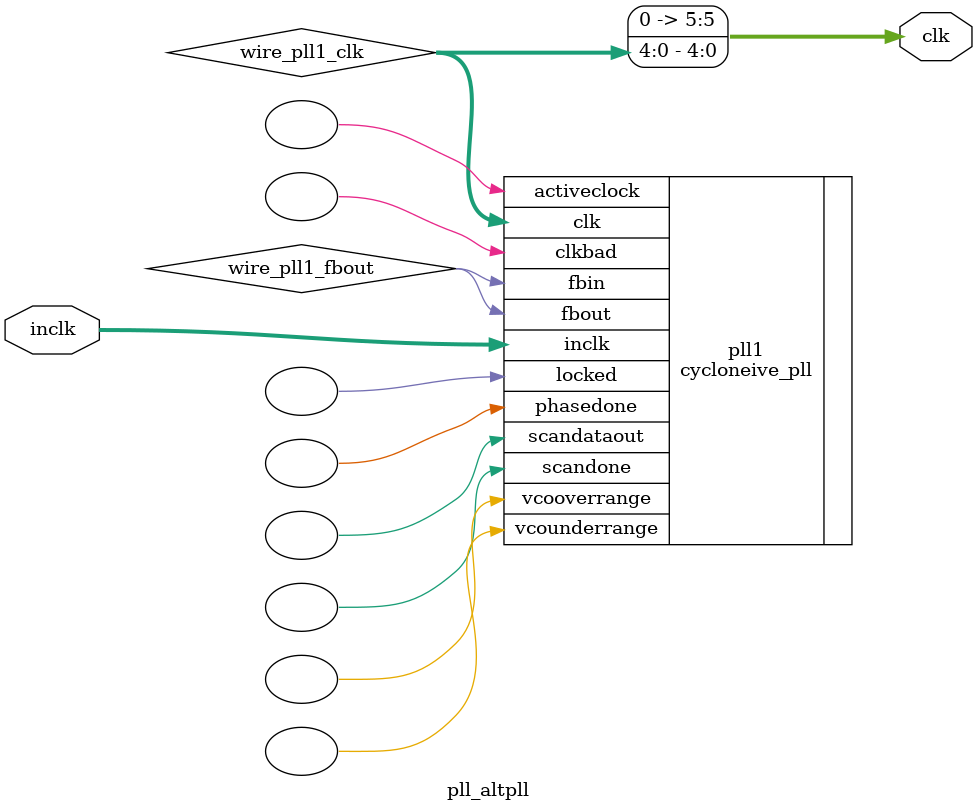
<source format=v>






//synthesis_resources = cycloneive_pll 1 
//synopsys translate_off
`timescale 1 ps / 1 ps
//synopsys translate_on
module  pll_altpll
	( 
	clk,
	inclk) /* synthesis synthesis_clearbox=1 */;
	output   [5:0]  clk;
	input   [1:0]  inclk;
`ifndef ALTERA_RESERVED_QIS
// synopsys translate_off
`endif
	tri0   [1:0]  inclk;
`ifndef ALTERA_RESERVED_QIS
// synopsys translate_on
`endif

	wire  [4:0]   wire_pll1_clk;
	wire  wire_pll1_fbout;

	cycloneive_pll   pll1
	( 
	.activeclock(),
	.clk(wire_pll1_clk),
	.clkbad(),
	.fbin(wire_pll1_fbout),
	.fbout(wire_pll1_fbout),
	.inclk(inclk),
	.locked(),
	.phasedone(),
	.scandataout(),
	.scandone(),
	.vcooverrange(),
	.vcounderrange()
	`ifndef FORMAL_VERIFICATION
	// synopsys translate_off
	`endif
	,
	.areset(1'b0),
	.clkswitch(1'b0),
	.configupdate(1'b0),
	.pfdena(1'b1),
	.phasecounterselect({3{1'b0}}),
	.phasestep(1'b0),
	.phaseupdown(1'b0),
	.scanclk(1'b0),
	.scanclkena(1'b1),
	.scandata(1'b0)
	`ifndef FORMAL_VERIFICATION
	// synopsys translate_on
	`endif
	);
	defparam
		pll1.clk0_divide_by = 5,
		pll1.clk0_duty_cycle = 50,
		pll1.clk0_multiply_by = 2,
		pll1.clk0_phase_shift = "0",
		pll1.compensate_clock = "clk0",
		pll1.inclk0_input_frequency = 20000,
		pll1.operation_mode = "normal",
		pll1.lpm_type = "cycloneive_pll";
	assign
		clk = {1'b0, wire_pll1_clk[4:0]};
endmodule //pll_altpll
//VALID FILE

</source>
